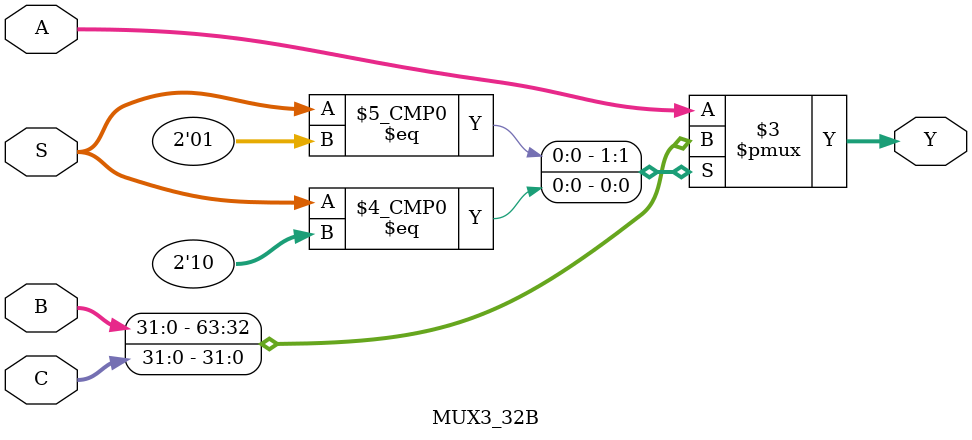
<source format=v>

module MUX3_32B (A,B,C,S,Y);
    input [31:0] A,B,C;
    input [1:0] S;
    output reg [31:0] Y;
    always @(A,B,C,S)
    begin
        case(S)
        2'b00: Y = A;
        2'b01: Y = B;
        2'b10: Y = C;
        default: Y = A;
        endcase
    end
endmodule



</source>
